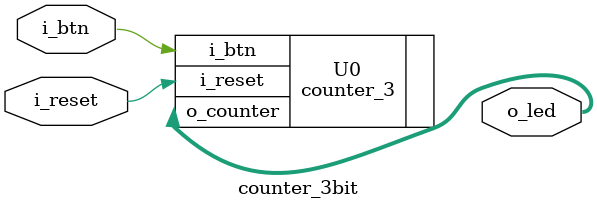
<source format=v>
`timescale 1ns / 1ps


module counter_3bit(
    input i_btn,
    input i_reset,

    output [2:0] o_led
    );

    counter_3 U0(
        .i_btn(i_btn),
        .i_reset(i_reset),
        .o_counter(o_led)
    );
    
endmodule

</source>
